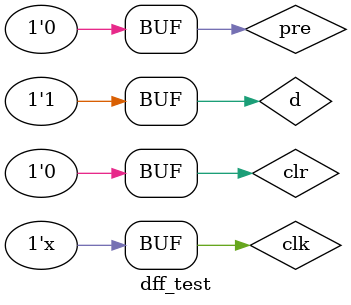
<source format=v>
`timescale 1ns / 1ps


module dff_test;

	// Inputs
	reg d;
	reg clk;
	reg pre;
	reg clr;

	// Outputs
	wire q;
	wire qb;

	// Instantiate the Unit Under Test (UUT)
	dataff uut (
		.d(d), 
		.clk(clk), 
		.pre(pre), 
		.clr(clr), 
		.q(q), 
		.qb(qb)
	);
initial clk=0;
always #50 clk=~clk;
	initial begin
		// Initialize Inputs
		d = 0;
		pre = 1;
		clr = 0;

		// Wait 100 ns for global reset to finish
		#100;
        
		// Add stimulus here
	// Initialize Inputs
		d = 0;
		pre = 0;
		clr = 1;

		// Wait 100 ns for global reset to finish
		#100;
        
		// Add stimulus here
	// Initialize Inputs
		d = 0;
		pre = 0;
		clr = 0;

		// Wait 100 ns for global reset to finish
		#100;
        
		// Add stimulus here
	// Initialize Inputs
		d = 1;
		pre = 0;
		clr = 0;

		// Wait 100 ns for global reset to finish
		#100;
        
		// Add stimulus here

	end
      
endmodule


</source>
